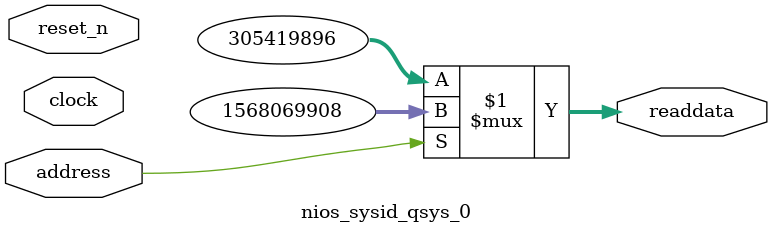
<source format=v>



// synthesis translate_off
`timescale 1ns / 1ps
// synthesis translate_on

// turn off superfluous verilog processor warnings 
// altera message_level Level1 
// altera message_off 10034 10035 10036 10037 10230 10240 10030 

module nios_sysid_qsys_0 (
               // inputs:
                address,
                clock,
                reset_n,

               // outputs:
                readdata
             )
;

  output  [ 31: 0] readdata;
  input            address;
  input            clock;
  input            reset_n;

  wire    [ 31: 0] readdata;
  //control_slave, which is an e_avalon_slave
  assign readdata = address ? 1568069908 : 305419896;

endmodule



</source>
